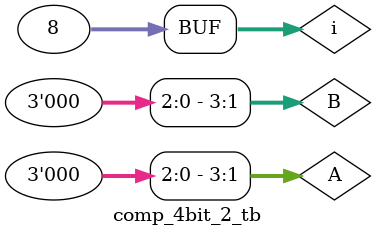
<source format=v>
module comp_4bit_2 (
    input [3:0]a,b ,
    output agb,aeb,alb

);

assign aeb= (  (a[3] ~^ b[3]) && (a[2] ~^ b[2]) && (a[1] ~^ b[1]) && (a[0] ~^ b[0])  )     ;                         //try using tasks and functions   //check eqns of a>b;          
assign agb= (  (a[3] & (!b)) || ( (a[3] ~^ b[3]) && (a[2] & (!b[2]))  ) || ( (a[3] ~^ b[3]) && (a[2] ~^ b[2]) && (a[1] & (!b[1])) ) || ( (a[3] ~^ b[3]) && (a[2] ~^ b[2]) && (a[1] ~^ (b[1])) | (a[0] & ~b[0])) );
assign alb=(!agb && !aeb)?1:0;
    
endmodule

module  comp_4bit_2_tb;
wire AGB,AEB,ALB;
reg [3:0]A,B;
integer i;
comp_4bit_2 dut(.a(A), .b(B), .agb(AGB), .aeb(AEB), .alb(ALB));

initial
begin
      $monitor("[%t], A=%D, B=%d, A>B=%D, A==B=%D, A<B=%D",$time,A,B,AGB,AEB,ALB);
     for(i=0;i<8;i=i+1)
     begin
        #10 A=$random; B=$random;

     end
end
    
endmodule

</source>
